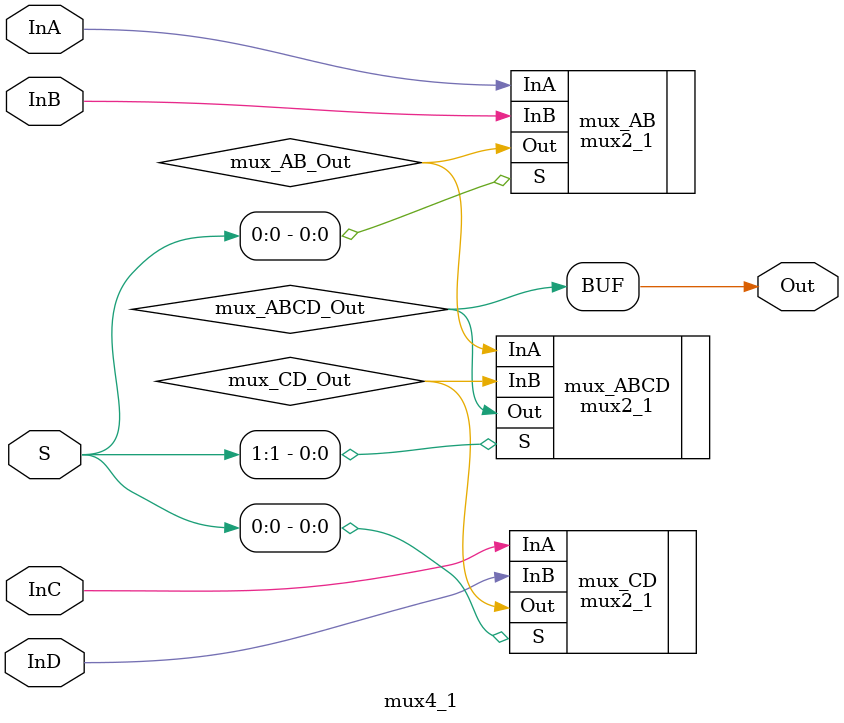
<source format=v>
/*
    CS/ECE 552 Spring '19
    Homework #3, Problem 1

    4-1 mux template
*/
module mux4_1(InA, InB, InC, InD, S, Out);
    input        InA, InB, InC, InD;
    input [1:0]  S;
    output       Out;

    // YOUR CODE HERE

mux2_1	mux_AB (.InA(InA), .InB(InB), .S(S[0]), .Out(mux_AB_Out));
mux2_1	mux_CD (.InA(InC), .InB(InD), .S(S[0]), .Out(mux_CD_Out));
mux2_1	mux_ABCD (.InA(mux_AB_Out), .InB(mux_CD_Out), .S(S[1]), .Out(mux_ABCD_Out));

assign	Out = mux_ABCD_Out;

endmodule

</source>
